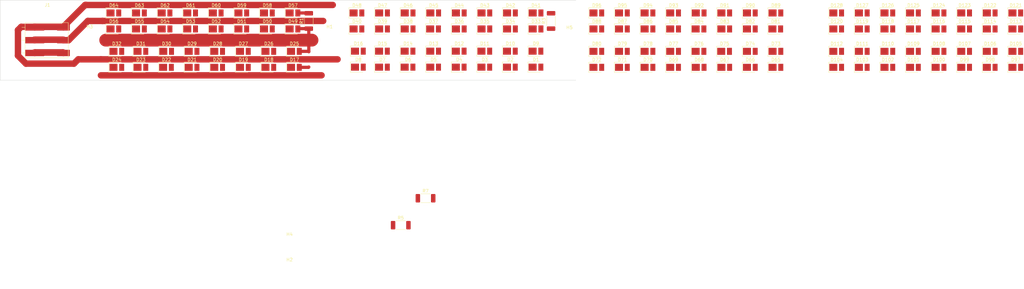
<source format=kicad_pcb>
(kicad_pcb (version 20201002) (generator pcbnew)
  (layers (0 "F.Cu" signal) (31 "B.Cu" signal) (34 "B.Paste" user) (35 "F.Paste" user) (36 "B.SilkS" user "B.Silkscreen") (37 "F.SilkS" user "F.Silkscreen") (38 "B.Mask" user) (39 "F.Mask" user) (44 "Edge.Cuts" user))
  (net 0 "")
  (net 1 "/VPOS")
  (net 2 "Net-(D1-Pad1)")
  (net 3 "Net-(D2-Pad1)")
  (net 4 "Net-(D3-Pad1)")
  (net 5 "Net-(D4-Pad1)")
  (net 6 "Net-(D5-Pad1)")
  (net 7 "Net-(D6-Pad1)")
  (net 8 "Net-(D7-Pad1)")
  (net 9 "/VNEG_A")
  (net 10 "Net-(D10-Pad2)")
  (net 11 "Net-(D10-Pad1)")
  (net 12 "Net-(D11-Pad1)")
  (net 13 "Net-(D12-Pad1)")
  (net 14 "Net-(D13-Pad1)")
  (net 15 "Net-(D14-Pad1)")
  (net 16 "Net-(D15-Pad1)")
  (net 17 "/VNEG_B")
  (net 18 "Net-(D17-Pad1)")
  (net 19 "Net-(D18-Pad1)")
  (net 20 "Net-(D19-Pad1)")
  (net 21 "Net-(D20-Pad1)")
  (net 22 "Net-(D21-Pad1)")
  (net 23 "Net-(D22-Pad1)")
  (net 24 "Net-(D23-Pad1)")
  (net 25 "Net-(D25-Pad1)")
  (net 26 "Net-(D26-Pad1)")
  (net 27 "Net-(D27-Pad1)")
  (net 28 "Net-(D28-Pad1)")
  (net 29 "Net-(D29-Pad1)")
  (net 30 "Net-(D30-Pad1)")
  (net 31 "Net-(D31-Pad1)")
  (net 32 "Net-(D17-Pad2)")
  (net 33 "Net-(D33-Pad1)")
  (net 34 "Net-(D34-Pad1)")
  (net 35 "Net-(D35-Pad1)")
  (net 36 "Net-(D36-Pad1)")
  (net 37 "Net-(D37-Pad1)")
  (net 38 "Net-(D38-Pad1)")
  (net 39 "Net-(D39-Pad1)")
  (net 40 "Net-(D41-Pad1)")
  (net 41 "Net-(D42-Pad1)")
  (net 42 "Net-(D43-Pad1)")
  (net 43 "Net-(D44-Pad1)")
  (net 44 "Net-(D45-Pad1)")
  (net 45 "Net-(D46-Pad1)")
  (net 46 "Net-(D47-Pad1)")
  (net 47 "Net-(D49-Pad2)")
  (net 48 "Net-(D49-Pad1)")
  (net 49 "Net-(D50-Pad1)")
  (net 50 "Net-(D51-Pad1)")
  (net 51 "Net-(D52-Pad1)")
  (net 52 "Net-(D53-Pad1)")
  (net 53 "Net-(D54-Pad1)")
  (net 54 "Net-(D55-Pad1)")
  (net 55 "Net-(D57-Pad1)")
  (net 56 "Net-(D58-Pad1)")
  (net 57 "Net-(D59-Pad1)")
  (net 58 "Net-(D60-Pad1)")
  (net 59 "Net-(D61-Pad1)")
  (net 60 "Net-(D62-Pad1)")
  (net 61 "Net-(D63-Pad1)")
  (net 62 "Net-(D9-Pad2)")
  (net 63 "Net-(D41-Pad2)")
  (net 64 "Net-(D65-Pad1)")
  (net 65 "Net-(D66-Pad1)")
  (net 66 "Net-(D67-Pad1)")
  (net 67 "Net-(D68-Pad1)")
  (net 68 "Net-(D69-Pad1)")
  (net 69 "Net-(D70-Pad1)")
  (net 70 "Net-(D71-Pad1)")
  (net 71 "Net-(D73-Pad2)")
  (net 72 "Net-(D73-Pad1)")
  (net 73 "Net-(D74-Pad1)")
  (net 74 "Net-(D75-Pad1)")
  (net 75 "Net-(D76-Pad1)")
  (net 76 "Net-(D77-Pad1)")
  (net 77 "Net-(D78-Pad1)")
  (net 78 "Net-(D79-Pad1)")
  (net 79 "Net-(D25-Pad2)")
  (net 80 "Net-(D81-Pad1)")
  (net 81 "Net-(D82-Pad1)")
  (net 82 "Net-(D83-Pad1)")
  (net 83 "Net-(D84-Pad1)")
  (net 84 "Net-(D85-Pad1)")
  (net 85 "Net-(D86-Pad1)")
  (net 86 "Net-(D87-Pad1)")
  (net 87 "Net-(D89-Pad1)")
  (net 88 "Net-(D90-Pad1)")
  (net 89 "Net-(D91-Pad1)")
  (net 90 "Net-(D92-Pad1)")
  (net 91 "Net-(D93-Pad1)")
  (net 92 "Net-(D94-Pad1)")
  (net 93 "Net-(D95-Pad1)")
  (net 94 "Net-(D97-Pad1)")
  (net 95 "Net-(D98-Pad1)")
  (net 96 "Net-(D100-Pad2)")
  (net 97 "Net-(D100-Pad1)")
  (net 98 "Net-(D101-Pad1)")
  (net 99 "Net-(D102-Pad1)")
  (net 100 "Net-(D103-Pad1)")
  (net 101 "Net-(D105-Pad2)")
  (net 102 "Net-(D105-Pad1)")
  (net 103 "Net-(D106-Pad1)")
  (net 104 "Net-(D107-Pad1)")
  (net 105 "Net-(D108-Pad1)")
  (net 106 "Net-(D109-Pad1)")
  (net 107 "Net-(D110-Pad1)")
  (net 108 "Net-(D111-Pad1)")
  (net 109 "Net-(D57-Pad2)")
  (net 110 "Net-(D113-Pad1)")
  (net 111 "Net-(D114-Pad1)")
  (net 112 "Net-(D115-Pad1)")
  (net 113 "Net-(D116-Pad1)")
  (net 114 "Net-(D117-Pad1)")
  (net 115 "Net-(D118-Pad1)")
  (net 116 "Net-(D119-Pad1)")
  (net 117 "Net-(D121-Pad1)")
  (net 118 "Net-(D122-Pad1)")
  (net 119 "Net-(D123-Pad1)")
  (net 120 "Net-(D124-Pad1)")
  (net 121 "Net-(D125-Pad1)")
  (net 122 "Net-(D126-Pad1)")
  (net 123 "Net-(D127-Pad1)")
  (net 124 "Net-(D72-Pad1)")
  (net 125 "Net-(D80-Pad1)")
  (net 126 "Net-(D104-Pad1)")
  (net 127 "Net-(D112-Pad1)")
  (module "LED_SMD:LED_PLCC_2835_Handsoldering" (layer "F.Cu") (at 245.05 75)
    (fp_text reference "D68" (at 0 -2.4) (layer "F.SilkS"))
    (fp_text value "LED")
    (pad "1" smd rect (at -1.05 0) (size 2.5 2.2) (layers "F.Cu" "F.Paste" "F.Mask") (net 67 "Net-(D68-Pad1)"))
    (pad "2" smd rect (at 1.525 0) (size 1.55 2.2) (layers "F.Cu" "F.Paste" "F.Mask") (net 66 "Net-(D67-Pad1)"))
  )
  (module "LED_SMD:LED_PLCC_2835_Handsoldering" (layer "F.Cu") (at 170.025 74.95)
    (fp_text reference "D4" (at 0 -2.4) (layer "F.SilkS"))
    (fp_text value "LED")
    (pad "1" smd rect (at -1.05 0) (size 2.5 2.2) (layers "F.Cu" "F.Paste" "F.Mask") (net 5 "Net-(D4-Pad1)"))
    (pad "2" smd rect (at 1.525 0) (size 1.55 2.2) (layers "F.Cu" "F.Paste" "F.Mask") (net 4 "Net-(D3-Pad1)"))
  )
  (module "LED_SMD:LED_PLCC_2835_Handsoldering" (layer "F.Cu") (at 154.05 63)
    (fp_text reference "D38" (at 0 -2.4) (layer "F.SilkS"))
    (fp_text value "LED")
    (pad "1" smd rect (at -1.05 0) (size 2.5 2.2) (layers "F.Cu" "F.Paste" "F.Mask") (net 38 "Net-(D38-Pad1)"))
    (pad "2" smd rect (at 1.525 0) (size 1.55 2.2) (layers "F.Cu" "F.Paste" "F.Mask") (net 37 "Net-(D37-Pad1)"))
  )
  (module "LED_SMD:LED_PLCC_2835_Handsoldering" (layer "F.Cu") (at 162 63)
    (fp_text reference "D37" (at 0 -2.4) (layer "F.SilkS"))
    (fp_text value "LED")
    (pad "1" smd rect (at -1.05 0) (size 2.5 2.2) (layers "F.Cu" "F.Paste" "F.Mask") (net 37 "Net-(D37-Pad1)"))
    (pad "2" smd rect (at 1.525 0) (size 1.55 2.2) (layers "F.Cu" "F.Paste" "F.Mask") (net 36 "Net-(D36-Pad1)"))
  )
  (module "LED_SMD:LED_PLCC_2835_Handsoldering" (layer "F.Cu") (at 186.025 74.95)
    (fp_text reference "D2" (at 0 -2.4) (layer "F.SilkS"))
    (fp_text value "LED")
    (pad "1" smd rect (at -1.05 0) (size 2.5 2.2) (layers "F.Cu" "F.Paste" "F.Mask") (net 3 "Net-(D2-Pad1)"))
    (pad "2" smd rect (at 1.525 0) (size 1.55 2.2) (layers "F.Cu" "F.Paste" "F.Mask") (net 2 "Net-(D1-Pad1)"))
  )
  (module "LED_SMD:LED_PLCC_2835_Handsoldering" (layer "F.Cu") (at 78.05 58)
    (fp_text reference "D62" (at 0 -2.4) (layer "F.SilkS"))
    (fp_text value "LED")
    (pad "1" smd rect (at -1.05 0) (size 2.5 2.2) (layers "F.Cu" "F.Paste" "F.Mask") (net 60 "Net-(D62-Pad1)"))
    (pad "2" smd rect (at 1.525 0) (size 1.55 2.2) (layers "F.Cu" "F.Paste" "F.Mask") (net 59 "Net-(D61-Pad1)"))
  )
  (module "LED_SMD:LED_PLCC_2835_Handsoldering" (layer "F.Cu") (at 237.05 75)
    (fp_text reference "D69" (at 0 -2.4) (layer "F.SilkS"))
    (fp_text value "LED")
    (pad "1" smd rect (at -1.05 0) (size 2.5 2.2) (layers "F.Cu" "F.Paste" "F.Mask") (net 68 "Net-(D69-Pad1)"))
    (pad "2" smd rect (at 1.525 0) (size 1.55 2.2) (layers "F.Cu" "F.Paste" "F.Mask") (net 67 "Net-(D68-Pad1)"))
  )
  (module "LED_SMD:LED_PLCC_2835_Handsoldering" (layer "F.Cu") (at 70.05 63)
    (fp_text reference "D55" (at 0 -2.4) (layer "F.SilkS"))
    (fp_text value "LED")
    (pad "1" smd rect (at -1.05 0) (size 2.5 2.2) (layers "F.Cu" "F.Paste" "F.Mask") (net 54 "Net-(D55-Pad1)"))
    (pad "2" smd rect (at 1.525 0) (size 1.55 2.2) (layers "F.Cu" "F.Paste" "F.Mask") (net 53 "Net-(D54-Pad1)"))
  )
  (module "LED_SMD:LED_PLCC_2835_Handsoldering" (layer "F.Cu") (at 118.05 63)
    (fp_text reference "D49" (at 0 -2.4) (layer "F.SilkS"))
    (fp_text value "LED")
    (pad "1" smd rect (at -1.05 0) (size 2.5 2.2) (layers "F.Cu" "F.Paste" "F.Mask") (net 48 "Net-(D49-Pad1)"))
    (pad "2" smd rect (at 1.525 0) (size 1.55 2.2) (layers "F.Cu" "F.Paste" "F.Mask") (net 47 "Net-(D49-Pad2)"))
  )
  (module "LED_SMD:LED_PLCC_2835_Handsoldering" (layer "F.Cu") (at 344.05 70)
    (fp_text reference "D105" (at 0 -2.4) (layer "F.SilkS"))
    (fp_text value "LED")
    (pad "1" smd rect (at -1.05 0) (size 2.5 2.2) (layers "F.Cu" "F.Paste" "F.Mask") (net 102 "Net-(D105-Pad1)"))
    (pad "2" smd rect (at 1.525 0) (size 1.55 2.2) (layers "F.Cu" "F.Paste" "F.Mask") (net 101 "Net-(D105-Pad2)"))
  )
  (module "LED_SMD:LED_PLCC_2835_Handsoldering" (layer "F.Cu") (at 194.025 74.95)
    (fp_text reference "D1" (at 0 -2.4) (layer "F.SilkS"))
    (fp_text value "LED")
    (pad "1" smd rect (at -1.05 0) (size 2.5 2.2) (layers "F.Cu" "F.Paste" "F.Mask") (net 2 "Net-(D1-Pad1)"))
    (pad "2" smd rect (at 1.525 0) (size 1.55 2.2) (layers "F.Cu" "F.Paste" "F.Mask") (net 1 "/VPOS"))
  )
  (module "LED_SMD:LED_PLCC_2835_Handsoldering" (layer "F.Cu") (at 78.5 75)
    (fp_text reference "D22" (at 0 -2.4) (layer "F.SilkS"))
    (fp_text value "LED")
    (pad "1" smd rect (at -1.05 0) (size 2.5 2.2) (layers "F.Cu" "F.Paste" "F.Mask") (net 23 "Net-(D22-Pad1)"))
    (pad "2" smd rect (at 1.525 0) (size 1.55 2.2) (layers "F.Cu" "F.Paste" "F.Mask") (net 22 "Net-(D21-Pad1)"))
  )
  (module "LED_SMD:LED_PLCC_2835_Handsoldering" (layer "F.Cu") (at 344.05 75)
    (fp_text reference "D97" (at 0 -2.4) (layer "F.SilkS"))
    (fp_text value "LED")
    (pad "1" smd rect (at -1.05 0) (size 2.5 2.2) (layers "F.Cu" "F.Paste" "F.Mask") (net 94 "Net-(D97-Pad1)"))
    (pad "2" smd rect (at 1.525 0) (size 1.55 2.2) (layers "F.Cu" "F.Paste" "F.Mask") (net 1 "/VPOS"))
  )
  (module "LED_SMD:LED_PLCC_2835_Handsoldering" (layer "F.Cu") (at 221.05 75)
    (fp_text reference "D71" (at 0 -2.4) (layer "F.SilkS"))
    (fp_text value "LED")
    (pad "1" smd rect (at -1.05 0) (size 2.5 2.2) (layers "F.Cu" "F.Paste" "F.Mask") (net 70 "Net-(D71-Pad1)"))
    (pad "2" smd rect (at 1.525 0) (size 1.55 2.2) (layers "F.Cu" "F.Paste" "F.Mask") (net 69 "Net-(D70-Pad1)"))
  )
  (module "LED_SMD:LED_PLCC_2835_Handsoldering" (layer "F.Cu") (at 70.5 70)
    (fp_text reference "D31" (at 0 -2.4) (layer "F.SilkS"))
    (fp_text value "LED")
    (pad "1" smd rect (at -1.05 0) (size 2.5 2.2) (layers "F.Cu" "F.Paste" "F.Mask") (net 31 "Net-(D31-Pad1)"))
    (pad "2" smd rect (at 1.525 0) (size 1.55 2.2) (layers "F.Cu" "F.Paste" "F.Mask") (net 30 "Net-(D30-Pad1)"))
  )
  (module "LED_SMD:LED_PLCC_2835_Handsoldering" (layer "F.Cu") (at 320.05 70)
    (fp_text reference "D108" (at 0 -2.4) (layer "F.SilkS"))
    (fp_text value "LED")
    (pad "1" smd rect (at -1.05 0) (size 2.5 2.2) (layers "F.Cu" "F.Paste" "F.Mask") (net 105 "Net-(D108-Pad1)"))
    (pad "2" smd rect (at 1.525 0) (size 1.55 2.2) (layers "F.Cu" "F.Paste" "F.Mask") (net 104 "Net-(D107-Pad1)"))
  )
  (module "LED_SMD:LED_PLCC_2835_Handsoldering" (layer "F.Cu") (at 213.05 63)
    (fp_text reference "D88" (at 0 -2.4) (layer "F.SilkS"))
    (fp_text value "LED")
    (pad "1" smd rect (at -1.05 0) (size 2.5 2.2) (layers "F.Cu" "F.Paste" "F.Mask") (net 9 "/VNEG_A"))
    (pad "2" smd rect (at 1.525 0) (size 1.55 2.2) (layers "F.Cu" "F.Paste" "F.Mask") (net 86 "Net-(D87-Pad1)"))
  )
  (module "LED_SMD:LED_PLCC_2835_Handsoldering" (layer "F.Cu") (at 336.05 63)
    (fp_text reference "D114" (at 0 -2.4) (layer "F.SilkS"))
    (fp_text value "LED")
    (pad "1" smd rect (at -1.05 0) (size 2.5 2.2) (layers "F.Cu" "F.Paste" "F.Mask") (net 111 "Net-(D114-Pad1)"))
    (pad "2" smd rect (at 1.525 0) (size 1.55 2.2) (layers "F.Cu" "F.Paste" "F.Mask") (net 110 "Net-(D113-Pad1)"))
  )
  (module "LED_SMD:LED_PLCC_2835_Handsoldering" (layer "F.Cu") (at 336.05 70)
    (fp_text reference "D106" (at 0 -2.4) (layer "F.SilkS"))
    (fp_text value "LED")
    (pad "1" smd rect (at -1.05 0) (size 2.5 2.2) (layers "F.Cu" "F.Paste" "F.Mask") (net 103 "Net-(D106-Pad1)"))
    (pad "2" smd rect (at 1.525 0) (size 1.55 2.2) (layers "F.Cu" "F.Paste" "F.Mask") (net 102 "Net-(D105-Pad1)"))
  )
  (module "LED_SMD:LED_PLCC_2835_Handsoldering" (layer "F.Cu") (at 245 63)
    (fp_text reference "D84" (at 0 -2.4) (layer "F.SilkS"))
    (fp_text value "LED")
    (pad "1" smd rect (at -1.05 0) (size 2.5 2.2) (layers "F.Cu" "F.Paste" "F.Mask") (net 83 "Net-(D84-Pad1)"))
    (pad "2" smd rect (at 1.525 0) (size 1.55 2.2) (layers "F.Cu" "F.Paste" "F.Mask") (net 82 "Net-(D83-Pad1)"))
  )
  (module "LED_SMD:LED_PLCC_2835_Handsoldering" (layer "F.Cu") (at 269 63)
    (fp_text reference "D81" (at 0 -2.4) (layer "F.SilkS"))
    (fp_text value "LED")
    (pad "1" smd rect (at -1.05 0) (size 2.5 2.2) (layers "F.Cu" "F.Paste" "F.Mask") (net 80 "Net-(D81-Pad1)"))
    (pad "2" smd rect (at 1.525 0) (size 1.55 2.2) (layers "F.Cu" "F.Paste" "F.Mask") (net 124 "Net-(D72-Pad1)"))
  )
  (module "LED_SMD:LED_PLCC_2835_Handsoldering" (layer "F.Cu") (at 304.05 58)
    (fp_text reference "D126" (at 0 -2.4) (layer "F.SilkS"))
    (fp_text value "LED")
    (pad "1" smd rect (at -1.05 0) (size 2.5 2.2) (layers "F.Cu" "F.Paste" "F.Mask") (net 122 "Net-(D126-Pad1)"))
    (pad "2" smd rect (at 1.525 0) (size 1.55 2.2) (layers "F.Cu" "F.Paste" "F.Mask") (net 121 "Net-(D125-Pad1)"))
  )
  (module "LED_SMD:LED_PLCC_2835_Handsoldering" (layer "F.Cu") (at 162.025 74.95)
    (fp_text reference "D5" (at 0 -2.4) (layer "F.SilkS"))
    (fp_text value "LED")
    (pad "1" smd rect (at -1.05 0) (size 2.5 2.2) (layers "F.Cu" "F.Paste" "F.Mask") (net 6 "Net-(D5-Pad1)"))
    (pad "2" smd rect (at 1.525 0) (size 1.55 2.2) (layers "F.Cu" "F.Paste" "F.Mask") (net 5 "Net-(D4-Pad1)"))
  )
  (module "LED_SMD:LED_PLCC_2835_Handsoldering" (layer "F.Cu") (at 102.55 75)
    (fp_text reference "D19" (at 0 -2.4) (layer "F.SilkS"))
    (fp_text value "LED")
    (pad "1" smd rect (at -1.05 0) (size 2.5 2.2) (layers "F.Cu" "F.Paste" "F.Mask") (net 20 "Net-(D19-Pad1)"))
    (pad "2" smd rect (at 1.525 0) (size 1.55 2.2) (layers "F.Cu" "F.Paste" "F.Mask") (net 19 "Net-(D18-Pad1)"))
  )
  (module "LED_SMD:LED_PLCC_2835_Handsoldering" (layer "F.Cu") (at 320.05 63)
    (fp_text reference "D116" (at 0 -2.4) (layer "F.SilkS"))
    (fp_text value "LED")
    (pad "1" smd rect (at -1.05 0) (size 2.5 2.2) (layers "F.Cu" "F.Paste" "F.Mask") (net 113 "Net-(D116-Pad1)"))
    (pad "2" smd rect (at 1.525 0) (size 1.55 2.2) (layers "F.Cu" "F.Paste" "F.Mask") (net 112 "Net-(D115-Pad1)"))
  )
  (module "LED_SMD:LED_PLCC_2835_Handsoldering" (layer "F.Cu") (at 320.05 75)
    (fp_text reference "D100" (at 0 -2.4) (layer "F.SilkS"))
    (fp_text value "LED")
    (pad "1" smd rect (at -1.05 0) (size 2.5 2.2) (layers "F.Cu" "F.Paste" "F.Mask") (net 97 "Net-(D100-Pad1)"))
    (pad "2" smd rect (at 1.525 0) (size 1.55 2.2) (layers "F.Cu" "F.Paste" "F.Mask") (net 96 "Net-(D100-Pad2)"))
  )
  (module "LED_SMD:LED_PLCC_2835_Handsoldering" (layer "F.Cu") (at 312.05 63)
    (fp_text reference "D117" (at 0 -2.4) (layer "F.SilkS"))
    (fp_text value "LED")
    (pad "1" smd rect (at -1.05 0) (size 2.5 2.2) (layers "F.Cu" "F.Paste" "F.Mask") (net 114 "Net-(D117-Pad1)"))
    (pad "2" smd rect (at 1.525 0) (size 1.55 2.2) (layers "F.Cu" "F.Paste" "F.Mask") (net 113 "Net-(D116-Pad1)"))
  )
  (module "LED_SMD:LED_PLCC_2835_Handsoldering" (layer "F.Cu") (at 94.5 75)
    (fp_text reference "D20" (at 0 -2.4) (layer "F.SilkS"))
    (fp_text value "LED")
    (pad "1" smd rect (at -1.05 0) (size 2.5 2.2) (layers "F.Cu" "F.Paste" "F.Mask") (net 21 "Net-(D20-Pad1)"))
    (pad "2" smd rect (at 1.525 0) (size 1.55 2.2) (layers "F.Cu" "F.Paste" "F.Mask") (net 20 "Net-(D19-Pad1)"))
  )
  (module "LED_SMD:LED_PLCC_2835_Handsoldering" (layer "F.Cu") (at 237.05 63)
    (fp_text reference "D85" (at 0 -2.4) (layer "F.SilkS"))
    (fp_text value "LED")
    (pad "1" smd rect (at -1.05 0) (size 2.5 2.2) (layers "F.Cu" "F.Paste" "F.Mask") (net 84 "Net-(D85-Pad1)"))
    (pad "2" smd rect (at 1.525 0) (size 1.55 2.2) (layers "F.Cu" "F.Paste" "F.Mask") (net 83 "Net-(D84-Pad1)"))
  )
  (module "LED_SMD:LED_PLCC_2835_Handsoldering" (layer "F.Cu") (at 237.05 58)
    (fp_text reference "D93" (at 0 -2.4) (layer "F.SilkS"))
    (fp_text value "LED")
    (pad "1" smd rect (at -1.05 0) (size 2.5 2.2) (layers "F.Cu" "F.Paste" "F.Mask") (net 91 "Net-(D93-Pad1)"))
    (pad "2" smd rect (at 1.525 0) (size 1.55 2.2) (layers "F.Cu" "F.Paste" "F.Mask") (net 90 "Net-(D92-Pad1)"))
  )
  (module "LED_SMD:LED_PLCC_2835_Handsoldering" (layer "F.Cu") (at 269.05 58)
    (fp_text reference "D89" (at 0 -2.4) (layer "F.SilkS"))
    (fp_text value "LED")
    (pad "1" smd rect (at -1.05 0) (size 2.5 2.2) (layers "F.Cu" "F.Paste" "F.Mask") (net 87 "Net-(D89-Pad1)"))
    (pad "2" smd rect (at 1.525 0) (size 1.55 2.2) (layers "F.Cu" "F.Paste" "F.Mask") (net 125 "Net-(D80-Pad1)"))
  )
  (module "LED_SMD:LED_PLCC_2835_Handsoldering" (layer "F.Cu") (at 62.05 58)
    (fp_text reference "D64" (at 0 -2.4) (layer "F.SilkS"))
    (fp_text value "LED")
    (pad "1" smd rect (at -1.05 0) (size 2.5 2.2) (layers "F.Cu" "F.Paste" "F.Mask") (net 17 "/VNEG_B"))
    (pad "2" smd rect (at 1.525 0) (size 1.55 2.2) (layers "F.Cu" "F.Paste" "F.Mask") (net 61 "Net-(D63-Pad1)"))
  )
  (module "LED_SMD:LED_PLCC_2835_Handsoldering" (layer "F.Cu") (at 312.05 70)
    (fp_text reference "D109" (at 0 -2.4) (layer "F.SilkS"))
    (fp_text value "LED")
    (pad "1" smd rect (at -1.05 0) (size 2.5 2.2) (layers "F.Cu" "F.Paste" "F.Mask") (net 106 "Net-(D109-Pad1)"))
    (pad "2" smd rect (at 1.525 0) (size 1.55 2.2) (layers "F.Cu" "F.Paste" "F.Mask") (net 105 "Net-(D108-Pad1)"))
  )
  (module "MountingHole:MountingHole_3.2mm_M3" (layer "F.Cu") (at 116.98 131.4)
    (fp_text reference "H4" (at 0 -4.2) (layer "F.SilkS"))
    (fp_text value "MountingHole")
    (pad "1" np_thru_hole circle (at 0 0) (size 3.2 3.2) (drill 3.2) (layers *.Cu *.Mask))
  )
  (module "LED_SMD:LED_PLCC_2835_Handsoldering" (layer "F.Cu") (at 229.05 58)
    (fp_text reference "D94" (at 0 -2.4) (layer "F.SilkS"))
    (fp_text value "LED")
    (pad "1" smd rect (at -1.05 0) (size 2.5 2.2) (layers "F.Cu" "F.Paste" "F.Mask") (net 92 "Net-(D94-Pad1)"))
    (pad "2" smd rect (at 1.525 0) (size 1.55 2.2) (layers "F.Cu" "F.Paste" "F.Mask") (net 91 "Net-(D93-Pad1)"))
  )
  (module "LED_SMD:LED_PLCC_2835_Handsoldering" (layer "F.Cu") (at 146.05 63)
    (fp_text reference "D39" (at 0 -2.4) (layer "F.SilkS"))
    (fp_text value "LED")
    (pad "1" smd rect (at -1.05 0) (size 2.5 2.2) (layers "F.Cu" "F.Paste" "F.Mask") (net 39 "Net-(D39-Pad1)"))
    (pad "2" smd rect (at 1.525 0) (size 1.55 2.2) (layers "F.Cu" "F.Paste" "F.Mask") (net 38 "Net-(D38-Pad1)"))
  )
  (module "LED_SMD:LED_PLCC_2835_Handsoldering" (layer "F.Cu") (at 170.05 63)
    (fp_text reference "D36" (at 0 -2.4) (layer "F.SilkS"))
    (fp_text value "LED")
    (pad "1" smd rect (at -1.05 0) (size 2.5 2.2) (layers "F.Cu" "F.Paste" "F.Mask") (net 36 "Net-(D36-Pad1)"))
    (pad "2" smd rect (at 1.525 0) (size 1.55 2.2) (layers "F.Cu" "F.Paste" "F.Mask") (net 35 "Net-(D35-Pad1)"))
  )
  (module "LED_SMD:LED_PLCC_2835_Handsoldering" (layer "F.Cu") (at 221.05 58)
    (fp_text reference "D95" (at 0 -2.4) (layer "F.SilkS"))
    (fp_text value "LED")
    (pad "1" smd rect (at -1.05 0) (size 2.5 2.2) (layers "F.Cu" "F.Paste" "F.Mask") (net 93 "Net-(D95-Pad1)"))
    (pad "2" smd rect (at 1.525 0) (size 1.55 2.2) (layers "F.Cu" "F.Paste" "F.Mask") (net 92 "Net-(D94-Pad1)"))
  )
  (module "LED_SMD:LED_PLCC_2835_Handsoldering" (layer "F.Cu") (at 304.05 63)
    (fp_text reference "D118" (at 0 -2.4) (layer "F.SilkS"))
    (fp_text value "LED")
    (pad "1" smd rect (at -1.05 0) (size 2.5 2.2) (layers "F.Cu" "F.Paste" "F.Mask") (net 115 "Net-(D118-Pad1)"))
    (pad "2" smd rect (at 1.525 0) (size 1.55 2.2) (layers "F.Cu" "F.Paste" "F.Mask") (net 114 "Net-(D117-Pad1)"))
  )
  (module "LED_SMD:LED_PLCC_2835_Handsoldering" (layer "F.Cu") (at 194.05 63)
    (fp_text reference "D33" (at 0 -2.4) (layer "F.SilkS"))
    (fp_text value "LED")
    (pad "1" smd rect (at -1.05 0) (size 2.5 2.2) (layers "F.Cu" "F.Paste" "F.Mask") (net 33 "Net-(D33-Pad1)"))
    (pad "2" smd rect (at 1.525 0) (size 1.55 2.2) (layers "F.Cu" "F.Paste" "F.Mask") (net 1 "/VPOS"))
  )
  (module "LED_SMD:LED_PLCC_2835_Handsoldering" (layer "F.Cu") (at 261.05 58)
    (fp_text reference "D90" (at 0 -2.4) (layer "F.SilkS"))
    (fp_text value "LED")
    (pad "1" smd rect (at -1.05 0) (size 2.5 2.2) (layers "F.Cu" "F.Paste" "F.Mask") (net 88 "Net-(D90-Pad1)"))
    (pad "2" smd rect (at 1.525 0) (size 1.55 2.2) (layers "F.Cu" "F.Paste" "F.Mask") (net 87 "Net-(D89-Pad1)"))
  )
  (module "LED_SMD:LED_PLCC_2835_Handsoldering" (layer "F.Cu") (at 304.05 75)
    (fp_text reference "D102" (at 0 -2.4) (layer "F.SilkS"))
    (fp_text value "LED")
    (pad "1" smd rect (at -1.05 0) (size 2.5 2.2) (layers "F.Cu" "F.Paste" "F.Mask") (net 99 "Net-(D102-Pad1)"))
    (pad "2" smd rect (at 1.525 0) (size 1.55 2.2) (layers "F.Cu" "F.Paste" "F.Mask") (net 98 "Net-(D101-Pad1)"))
  )
  (module "wago:wago-2060-453" (layer "F.Cu") (at 41.288907 56.013007)
    (fp_text reference "J1" (at 0 -0.5 unlocked) (layer "F.SilkS"))
    (fp_text value "Power")
    (pad "1" smd roundrect (at 5 6.5) (size 4 2) (layers "F.Cu" "F.Paste" "F.Mask") (roundrect_rratio 0.05) (net 17 "/VNEG_B"))
    (pad "1" smd roundrect (at -4 6.5) (size 6 2) (layers "F.Cu" "F.Paste" "F.Mask") (roundrect_rratio 0.05) (net 17 "/VNEG_B"))
    (pad "2" smd roundrect (at -4 10.5) (size 6 2) (layers "F.Cu" "F.Paste" "F.Mask") (roundrect_rratio 0.05) (net 9 "/VNEG_A"))
    (pad "2" smd roundrect (at 5 10.5) (size 4 2) (layers "F.Cu" "F.Paste" "F.Mask") (roundrect_rratio 0.05) (net 9 "/VNEG_A"))
    (pad "3" smd roundrect (at 5 14.5) (size 4 2) (layers "F.Cu" "F.Paste" "F.Mask") (roundrect_rratio 0.05) (net 1 "/VPOS"))
    (pad "3" smd roundrect (at -4 14.5) (size 6 2) (layers "F.Cu" "F.Paste" "F.Mask") (roundrect_rratio 0.05) (net 1 "/VPOS"))
  )
  (module "LED_SMD:LED_PLCC_2835_Handsoldering" (layer "F.Cu") (at 162.025 69.95)
    (fp_text reference "D13" (at 0 -2.4) (layer "F.SilkS"))
    (fp_text value "LED")
    (pad "1" smd rect (at -1.05 0) (size 2.5 2.2) (layers "F.Cu" "F.Paste" "F.Mask") (net 14 "Net-(D13-Pad1)"))
    (pad "2" smd rect (at 1.525 0) (size 1.55 2.2) (layers "F.Cu" "F.Paste" "F.Mask") (net 13 "Net-(D12-Pad1)"))
  )
  (module "LED_SMD:LED_PLCC_2835_Handsoldering" (layer "F.Cu") (at 229.05 63)
    (fp_text reference "D86" (at 0 -2.4) (layer "F.SilkS"))
    (fp_text value "LED")
    (pad "1" smd rect (at -1.05 0) (size 2.5 2.2) (layers "F.Cu" "F.Paste" "F.Mask") (net 85 "Net-(D86-Pad1)"))
    (pad "2" smd rect (at 1.525 0) (size 1.55 2.2) (layers "F.Cu" "F.Paste" "F.Mask") (net 84 "Net-(D85-Pad1)"))
  )
  (module "LED_SMD:LED_PLCC_2835_Handsoldering" (layer "F.Cu") (at 296.05 63)
    (fp_text reference "D119" (at 0 -2.4) (layer "F.SilkS"))
    (fp_text value "LED")
    (pad "1" smd rect (at -1.05 0) (size 2.5 2.2) (layers "F.Cu" "F.Paste" "F.Mask") (net 116 "Net-(D119-Pad1)"))
    (pad "2" smd rect (at 1.525 0) (size 1.55 2.2) (layers "F.Cu" "F.Paste" "F.Mask") (net 115 "Net-(D118-Pad1)"))
  )
  (module "LED_SMD:LED_PLCC_2835_Handsoldering" (layer "F.Cu") (at 62.975 70)
    (fp_text reference "D32" (at 0 -2.4) (layer "F.SilkS"))
    (fp_text value "LED")
    (pad "1" smd rect (at -1.05 0) (size 2.5 2.2) (layers "F.Cu" "F.Paste" "F.Mask") (net 17 "/VNEG_B"))
    (pad "2" smd rect (at 1.525 0) (size 1.55 2.2) (layers "F.Cu" "F.Paste" "F.Mask") (net 31 "Net-(D31-Pad1)"))
  )
  (module "LED_SMD:LED_PLCC_2835_Handsoldering" (layer "F.Cu") (at 186.05 63)
    (fp_text reference "D34" (at 0 -2.4) (layer "F.SilkS"))
    (fp_text value "LED")
    (pad "1" smd rect (at -1.05 0) (size 2.5 2.2) (layers "F.Cu" "F.Paste" "F.Mask") (net 34 "Net-(D34-Pad1)"))
    (pad "2" smd rect (at 1.525 0) (size 1.55 2.2) (layers "F.Cu" "F.Paste" "F.Mask") (net 33 "Net-(D33-Pad1)"))
  )
  (module "LED_SMD:LED_PLCC_2835_Handsoldering" (layer "F.Cu") (at 296.05 75)
    (fp_text reference "D103" (at 0 -2.4) (layer "F.SilkS"))
    (fp_text value "LED")
    (pad "1" smd rect (at -1.05 0) (size 2.5 2.2) (layers "F.Cu" "F.Paste" "F.Mask") (net 100 "Net-(D103-Pad1)"))
    (pad "2" smd rect (at 1.525 0) (size 1.55 2.2) (layers "F.Cu" "F.Paste" "F.Mask") (net 99 "Net-(D102-Pad1)"))
  )
  (module "LED_SMD:LED_PLCC_2835_Handsoldering" (layer "F.Cu") (at 146.025 69.95)
    (fp_text reference "D15" (at 0 -2.4) (layer "F.SilkS"))
    (fp_text value "LED")
    (pad "1" smd rect (at -1.05 0) (size 2.5 2.2) (layers "F.Cu" "F.Paste" "F.Mask") (net 16 "Net-(D15-Pad1)"))
    (pad "2" smd rect (at 1.525 0) (size 1.55 2.2) (layers "F.Cu" "F.Paste" "F.Mask") (net 15 "Net-(D14-Pad1)"))
  )
  (module "LED_SMD:LED_PLCC_2835_Handsoldering" (layer "F.Cu") (at 253.05 75)
    (fp_text reference "D67" (at 0 -2.4) (layer "F.SilkS"))
    (fp_text value "LED")
    (pad "1" smd rect (at -1.05 0) (size 2.5 2.2) (layers "F.Cu" "F.Paste" "F.Mask") (net 66 "Net-(D67-Pad1)"))
    (pad "2" smd rect (at 1.525 0) (size 1.55 2.2) (layers "F.Cu" "F.Paste" "F.Mask") (net 65 "Net-(D66-Pad1)"))
  )
  (module "LED_SMD:LED_PLCC_2835_Handsoldering" (layer "F.Cu") (at 288.05 70)
    (fp_text reference "D112" (at 0 -2.4) (layer "F.SilkS"))
    (fp_text value "LED")
    (pad "1" smd rect (at -1.05 0) (size 2.5 2.2) (layers "F.Cu" "F.Paste" "F.Mask") (net 127 "Net-(D112-Pad1)"))
    (pad "2" smd rect (at 1.525 0) (size 1.55 2.2) (layers "F.Cu" "F.Paste" "F.Mask") (net 108 "Net-(D111-Pad1)"))
  )
  (module "LED_SMD:LED_PLCC_2835_Handsoldering" (layer "F.Cu") (at 94.5 70)
    (fp_text reference "D28" (at 0 -2.4) (layer "F.SilkS"))
    (fp_text value "LED")
    (pad "1" smd rect (at -1.05 0) (size 2.5 2.2) (layers "F.Cu" "F.Paste" "F.Mask") (net 28 "Net-(D28-Pad1)"))
    (pad "2" smd rect (at 1.525 0) (size 1.55 2.2) (layers "F.Cu" "F.Paste" "F.Mask") (net 27 "Net-(D27-Pad1)"))
  )
  (module "LED_SMD:LED_PLCC_2835_Handsoldering" (layer "F.Cu") (at 118.5 75)
    (fp_text reference "D17" (at 0 -2.4) (layer "F.SilkS"))
    (fp_text value "LED")
    (pad "1" smd rect (at -1.05 0) (size 2.5 2.2) (layers "F.Cu" "F.Paste" "F.Mask") (net 18 "Net-(D17-Pad1)"))
    (pad "2" smd rect (at 1.525 0) (size 1.55 2.2) (layers "F.Cu" "F.Paste" "F.Mask") (net 32 "Net-(D17-Pad2)"))
  )
  (module "LED_SMD:LED_PLCC_2835_Handsoldering" (layer "F.Cu") (at 221.05 63)
    (fp_text reference "D87" (at 0 -2.4) (layer "F.SilkS"))
    (fp_text value "LED")
    (pad "1" smd rect (at -1.05 0) (size 2.5 2.2) (layers "F.Cu" "F.Paste" "F.Mask") (net 86 "Net-(D87-Pad1)"))
    (pad "2" smd rect (at 1.525 0) (size 1.55 2.2) (layers "F.Cu" "F.Paste" "F.Mask") (net 85 "Net-(D86-Pad1)"))
  )
  (module "LED_SMD:LED_PLCC_2835_Handsoldering" (layer "F.Cu") (at 253 70)
    (fp_text reference "D75" (at 0 -2.4) (layer "F.SilkS"))
    (fp_text value "LED")
    (pad "1" smd rect (at -1.05 0) (size 2.5 2.2) (layers "F.Cu" "F.Paste" "F.Mask") (net 74 "Net-(D75-Pad1)"))
    (pad "2" smd rect (at 1.525 0) (size 1.55 2.2) (layers "F.Cu" "F.Paste" "F.Mask") (net 73 "Net-(D74-Pad1)"))
  )
  (module "LED_SMD:LED_PLCC_2835_Handsoldering" (layer "F.Cu") (at 288.05 58)
    (fp_text reference "D128" (at 0 -2.4) (layer "F.SilkS"))
    (fp_text value "LED")
    (pad "1" smd rect (at -1.05 0) (size 2.5 2.2) (layers "F.Cu" "F.Paste" "F.Mask") (net 17 "/VNEG_B"))
    (pad "2" smd rect (at 1.525 0) (size 1.55 2.2) (layers "F.Cu" "F.Paste" "F.Mask") (net 123 "Net-(D127-Pad1)"))
  )
  (module "LED_SMD:LED_PLCC_2835_Handsoldering" (layer "F.Cu") (at 94.05 58)
    (fp_text reference "D60" (at 0 -2.4) (layer "F.SilkS"))
    (fp_text value "LED")
    (pad "1" smd rect (at -1.05 0) (size 2.5 2.2) (layers "F.Cu" "F.Paste" "F.Mask") (net 58 "Net-(D60-Pad1)"))
    (pad "2" smd rect (at 1.525 0) (size 1.55 2.2) (layers "F.Cu" "F.Paste" "F.Mask") (net 57 "Net-(D59-Pad1)"))
  )
  (module "LED_SMD:LED_PLCC_2835_Handsoldering" (layer "F.Cu") (at 86.05 63)
    (fp_text reference "D53" (at 0 -2.4) (layer "F.SilkS"))
    (fp_text value "LED")
    (pad "1" smd rect (at -1.05 0) (size 2.5 2.2) (layers "F.Cu" "F.Paste" "F.Mask") (net 52 "Net-(D53-Pad1)"))
    (pad "2" smd rect (at 1.525 0) (size 1.55 2.2) (layers "F.Cu" "F.Paste" "F.Mask") (net 51 "Net-(D52-Pad1)"))
  )
  (module "LED_SMD:LED_PLCC_2835_Handsoldering" (layer "F.Cu") (at 261.05 63)
    (fp_text reference "D82" (at 0 -2.4) (layer "F.SilkS"))
    (fp_text value "LED")
    (pad "1" smd rect (at -1.05 0) (size 2.5 2.2) (layers "F.Cu" "F.Paste" "F.Mask") (net 81 "Net-(D82-Pad1)"))
    (pad "2" smd rect (at 1.525 0) (size 1.55 2.2) (layers "F.Cu" "F.Paste" "F.Mask") (net 80 "Net-(D81-Pad1)"))
  )
  (module "LED_SMD:LED_PLCC_2835_Handsoldering" (layer "F.Cu") (at 261.05 70)
    (fp_text reference "D74" (at 0 -2.4) (layer "F.SilkS"))
    (fp_text value "LED")
    (pad "1" smd rect (at -1.05 0) (size 2.5 2.2) (layers "F.Cu" "F.Paste" "F.Mask") (net 73 "Net-(D74-Pad1)"))
    (pad "2" smd rect (at 1.525 0) (size 1.55 2.2) (layers "F.Cu" "F.Paste" "F.Mask") (net 72 "Net-(D73-Pad1)"))
  )
  (module "LED_SMD:LED_PLCC_2835_Handsoldering" (layer "F.Cu") (at 336.05 58)
    (fp_text reference "D122" (at 0 -2.4) (layer "F.SilkS"))
    (fp_text value "LED")
    (pad "1" smd rect (at -1.05 0) (size 2.5 2.2) (layers "F.Cu" "F.Paste" "F.Mask") (net 118 "Net-(D122-Pad1)"))
    (pad "2" smd rect (at 1.525 0) (size 1.55 2.2) (layers "F.Cu" "F.Paste" "F.Mask") (net 117 "Net-(D121-Pad1)"))
  )
  (module "LED_SMD:LED_PLCC_2835_Handsoldering" (layer "F.Cu") (at 344.05 58)
    (fp_text reference "D121" (at 0 -2.4) (layer "F.SilkS"))
    (fp_text value "LED")
    (pad "1" smd rect (at -1.05 0) (size 2.5 2.2) (layers "F.Cu" "F.Paste" "F.Mask") (net 117 "Net-(D121-Pad1)"))
    (pad "2" smd rect (at 1.525 0) (size 1.55 2.2) (layers "F.Cu" "F.Paste" "F.Mask") (net 127 "Net-(D112-Pad1)"))
  )
  (module "LED_SMD:LED_PLCC_2835_Handsoldering" (layer "F.Cu") (at 253.05 58)
    (fp_text reference "D91" (at 0 -2.4) (layer "F.SilkS"))
    (fp_text value "LED")
    (pad "1" smd rect (at -1.05 0) (size 2.5 2.2) (layers "F.Cu" "F.Paste" "F.Mask") (net 89 "Net-(D91-Pad1)"))
    (pad "2" smd rect (at 1.525 0) (size 1.55 2.2) (layers "F.Cu" "F.Paste" "F.Mask") (net 88 "Net-(D90-Pad1)"))
  )
  (module "LED_SMD:LED_PLCC_2835_Handsoldering" (layer "F.Cu") (at 154.025 69.95)
    (fp_text reference "D14" (at 0 -2.4) (layer "F.SilkS"))
    (fp_text value "LED")
    (pad "1" smd rect (at -1.05 0) (size 2.5 2.2) (layers "F.Cu" "F.Paste" "F.Mask") (net 15 "Net-(D14-Pad1)"))
    (pad "2" smd rect (at 1.525 0) (size 1.55 2.2) (layers "F.Cu" "F.Paste" "F.Mask") (net 14 "Net-(D13-Pad1)"))
  )
  (module "LED_SMD:LED_PLCC_2835_Handsoldering" (layer "F.Cu") (at 328.05 70)
    (fp_text reference "D107" (at 0 -2.4) (layer "F.SilkS"))
    (fp_text value "LED")
    (pad "1" smd rect (at -1.05 0) (size 2.5 2.2) (layers "F.Cu" "F.Paste" "F.Mask") (net 104 "Net-(D107-Pad1)"))
    (pad "2" smd rect (at 1.525 0) (size 1.55 2.2) (layers "F.Cu" "F.Paste" "F.Mask") (net 103 "Net-(D106-Pad1)"))
  )
  (module "LED_SMD:LED_PLCC_2835_Handsoldering" (layer "F.Cu") (at 70.5 75)
    (fp_text reference "D23" (at 0 -2.4) (layer "F.SilkS"))
    (fp_text value "LED")
    (pad "1" smd rect (at -1.05 0) (size 2.5 2.2) (layers "F.Cu" "F.Paste" "F.Mask") (net 24 "Net-(D23-Pad1)"))
    (pad "2" smd rect (at 1.525 0) (size 1.55 2.2) (layers "F.Cu" "F.Paste" "F.Mask") (net 23 "Net-(D22-Pad1)"))
  )
  (module "LED_SMD:LED_PLCC_2835_Handsoldering" (layer "F.Cu") (at 78.55 70)
    (fp_text reference "D30" (at 0 -2.4) (layer "F.SilkS"))
    (fp_text value "LED")
    (pad "1" smd rect (at -1.05 0) (size 2.5 2.2) (layers "F.Cu" "F.Paste" "F.Mask") (net 30 "Net-(D30-Pad1)"))
    (pad "2" smd rect (at 1.525 0) (size 1.55 2.2) (layers "F.Cu" "F.Paste" "F.Mask") (net 29 "Net-(D29-Pad1)"))
  )
  (module "LED_SMD:LED_PLCC_2835_Handsoldering" (layer "F.Cu") (at 288.05 75)
    (fp_text reference "D104" (at 0 -2.4) (layer "F.SilkS"))
    (fp_text value "LED")
    (pad "1" smd rect (at -1.05 0) (size 2.5 2.2) (layers "F.Cu" "F.Paste" "F.Mask") (net 126 "Net-(D104-Pad1)"))
    (pad "2" smd rect (at 1.525 0) (size 1.55 2.2) (layers "F.Cu" "F.Paste" "F.Mask") (net 100 "Net-(D103-Pad1)"))
  )
  (module "LED_SMD:LED_PLCC_2835_Handsoldering" (layer "F.Cu") (at 213.05 70)
    (fp_text reference "D80" (at 0 -2.4) (layer "F.SilkS"))
    (fp_text value "LED")
    (pad "1" smd rect (at -1.05 0) (size 2.5 2.2) (layers "F.Cu" "F.Paste" "F.Mask") (net 125 "Net-(D80-Pad1)"))
    (pad "2" smd rect (at 1.525 0) (size 1.55 2.2) (layers "F.Cu" "F.Paste" "F.Mask") (net 78 "Net-(D79-Pad1)"))
  )
  (module "LED_SMD:LED_PLCC_2835_Handsoldering" (layer "F.Cu") (at 253.05 63)
    (fp_text reference "D83" (at 0 -2.4) (layer "F.SilkS"))
    (fp_text value "LED")
    (pad "1" smd rect (at -1.05 0) (size 2.5 2.2) (layers "F.Cu" "F.Paste" "F.Mask") (net 82 "Net-(D83-Pad1)"))
    (pad "2" smd rect (at 1.525 0) (size 1.55 2.2) (layers "F.Cu" "F.Paste" "F.Mask") (net 81 "Net-(D82-Pad1)"))
  )
  (module "LED_SMD:LED_PLCC_2835_Handsoldering" (layer "F.Cu") (at 304.05 70)
    (fp_text reference "D110" (at 0 -2.4) (layer "F.SilkS"))
    (fp_text value "LED")
    (pad "1" smd rect (at -1.05 0) (size 2.5 2.2) (layers "F.Cu" "F.Paste" "F.Mask") (net 107 "Net-(D110-Pad1)"))
    (pad "2" smd rect (at 1.525 0) (size 1.55 2.2) (layers "F.Cu" "F.Paste" "F.Mask") (net 106 "Net-(D109-Pad1)"))
  )
  (module "LED_SMD:LED_PLCC_2835_Handsoldering" (layer "F.Cu") (at 86.05 58)
    (fp_text reference "D61" (at 0 -2.4) (layer "F.SilkS"))
    (fp_text value "LED")
    (pad "1" smd rect (at -1.05 0) (size 2.5 2.2) (layers "F.Cu" "F.Paste" "F.Mask") (net 59 "Net-(D61-Pad1)"))
    (pad "2" smd rect (at 1.525 0) (size 1.55 2.2) (layers "F.Cu" "F.Paste" "F.Mask") (net 58 "Net-(D60-Pad1)"))
  )
  (module "Resistor_SMD:R_2010_5025Metric_Pad1.40x2.65mm_HandSolder" (layer "F.Cu") (at 151.75 124.35)
    (fp_text reference "R5" (at 0 -2.28) (layer "F.SilkS"))
    (fp_text value "0Ω")
    (pad "1" smd roundrect (at -2.4 0) (size 1.4 2.65) (layers "F.Cu" "F.Paste" "F.Mask") (roundrect_rratio 0.178571) (net 1 "/VPOS"))
    (pad "2" smd roundrect (at 2.4 0) (size 1.4 2.65) (layers "F.Cu" "F.Paste" "F.Mask") (roundrect_rratio 0.178571) (net 71 "Net-(D73-Pad2)"))
  )
  (module "LED_SMD:LED_PLCC_2835_Handsoldering" (layer "F.Cu") (at 70.05 58)
    (fp_text reference "D63" (at 0 -2.4) (layer "F.SilkS"))
    (fp_text value "LED")
    (pad "1" smd rect (at -1.05 0) (size 2.5 2.2) (layers "F.Cu" "F.Paste" "F.Mask") (net 61 "Net-(D63-Pad1)"))
    (pad "2" smd rect (at 1.525 0) (size 1.55 2.2) (layers "F.Cu" "F.Paste" "F.Mask") (net 60 "Net-(D62-Pad1)"))
  )
  (module "LED_SMD:LED_PLCC_2835_Handsoldering" (layer "F.Cu") (at 162.05 58)
    (fp_text reference "D45" (at 0 -2.4) (layer "F.SilkS"))
    (fp_text value "LED")
    (pad "1" smd rect (at -1.05 0) (size 2.5 2.2) (layers "F.Cu" "F.Paste" "F.Mask") (net 44 "Net-(D45-Pad1)"))
    (pad "2" smd rect (at 1.525 0) (size 1.55 2.2) (layers "F.Cu" "F.Paste" "F.Mask") (net 43 "Net-(D44-Pad1)"))
  )
  (module "LED_SMD:LED_PLCC_2835_Handsoldering" (layer "F.Cu") (at 328.05 63)
    (fp_text reference "D115" (at 0 -2.4) (layer "F.SilkS"))
    (fp_text value "LED")
    (pad "1" smd rect (at -1.05 0) (size 2.5 2.2) (layers "F.Cu" "F.Paste" "F.Mask") (net 112 "Net-(D115-Pad1)"))
    (pad "2" smd rect (at 1.525 0) (size 1.55 2.2) (layers "F.Cu" "F.Paste" "F.Mask") (net 111 "Net-(D114-Pad1)"))
  )
  (module "LED_SMD:LED_PLCC_2835_Handsoldering" (layer "F.Cu") (at 344.05 63)
    (fp_text reference "D113" (at 0 -2.4) (layer "F.SilkS"))
    (fp_text value "LED")
    (pad "1" smd rect (at -1.05 0) (size 2.5 2.2) (layers "F.Cu" "F.Paste" "F.Mask") (net 110 "Net-(D113-Pad1)"))
    (pad "2" smd rect (at 1.525 0) (size 1.55 2.2) (layers "F.Cu" "F.Paste" "F.Mask") (net 126 "Net-(D104-Pad1)"))
  )
  (module "LED_SMD:LED_PLCC_2835_Handsoldering" (layer "F.Cu") (at 86.5 70)
    (fp_text reference "D29" (at 0 -2.4) (layer "F.SilkS"))
    (fp_text value "LED")
    (pad "1" smd rect (at -1.05 0) (size 2.5 2.2) (layers "F.Cu" "F.Paste" "F.Mask") (net 29 "Net-(D29-Pad1)"))
    (pad "2" smd rect (at 1.525 0) (size 1.55 2.2) (layers "F.Cu" "F.Paste" "F.Mask") (net 28 "Net-(D28-Pad1)"))
  )
  (module "LED_SMD:LED_PLCC_2835_Handsoldering" (layer "F.Cu") (at 221.05 70)
    (fp_text reference "D79" (at 0 -2.4) (layer "F.SilkS"))
    (fp_text value "LED")
    (pad "1" smd rect (at -1.05 0) (size 2.5 2.2) (layers "F.Cu" "F.Paste" "F.Mask") (net 78 "Net-(D79-Pad1)"))
    (pad "2" smd rect (at 1.525 0) (size 1.55 2.2) (layers "F.Cu" "F.Paste" "F.Mask") (net 77 "Net-(D78-Pad1)"))
  )
  (module "LED_SMD:LED_PLCC_2835_Handsoldering" (layer "F.Cu") (at 110.05 58)
    (fp_text reference "D58" (at 0 -2.4) (layer "F.SilkS"))
    (fp_text value "LED")
    (pad "1" smd rect (at -1.05 0) (size 2.5 2.2) (layers "F.Cu" "F.Paste" "F.Mask") (net 56 "Net-(D58-Pad1)"))
    (pad "2" smd rect (at 1.525 0) (size 1.55 2.2) (layers "F.Cu" "F.Paste" "F.Mask") (net 55 "Net-(D57-Pad1)"))
  )
  (module "MountingHole:MountingHole_3.2mm_M3" (layer "F.Cu") (at 129.5 66.5)
    (fp_text reference "H1" (at 0 -4.2) (layer "F.SilkS"))
    (fp_text value "MountingHole")
    (pad "1" np_thru_hole circle (at 0 0) (size 3.2 3.2) (drill 3.2) (layers *.Cu *.Mask))
  )
  (module "LED_SMD:LED_PLCC_2835_Handsoldering" (layer "F.Cu") (at 146.05 58)
    (fp_text reference "D47" (at 0 -2.4) (layer "F.SilkS"))
    (fp_text value "LED")
    (pad "1" smd rect (at -1.05 0) (size 2.5 2.2) (layers "F.Cu" "F.Paste" "F.Mask") (net 46 "Net-(D47-Pad1)"))
    (pad "2" smd rect (at 1.525 0) (size 1.55 2.2) (layers "F.Cu" "F.Paste" "F.Mask") (net 45 "Net-(D46-Pad1)"))
  )
  (module "LED_SMD:LED_PLCC_2835_Handsoldering" (layer "F.Cu") (at 312.05 58)
    (fp_text reference "D125" (at 0 -2.4) (layer "F.SilkS"))
    (fp_text value "LED")
    (pad "1" smd rect (at -1.05 0) (size 2.5 2.2) (layers "F.Cu" "F.Paste" "F.Mask") (net 121 "Net-(D125-Pad1)"))
    (pad "2" smd rect (at 1.525 0) (size 1.55 2.2) (layers "F.Cu" "F.Paste" "F.Mask") (net 120 "Net-(D124-Pad1)"))
  )
  (module "LED_SMD:LED_PLCC_2835_Handsoldering" (layer "F.Cu") (at 62.05 63)
    (fp_text reference "D56" (at 0 -2.4) (layer "F.SilkS"))
    (fp_text value "LED")
    (pad "1" smd rect (at -1.05 0) (size 2.5 2.2) (layers "F.Cu" "F.Paste" "F.Mask") (net 9 "/VNEG_A"))
    (pad "2" smd rect (at 1.525 0) (size 1.55 2.2) (layers "F.Cu" "F.Paste" "F.Mask") (net 54 "Net-(D55-Pad1)"))
  )
  (module "LED_SMD:LED_PLCC_2835_Handsoldering" (layer "F.Cu") (at 178.05 63)
    (fp_text reference "D35" (at 0 -2.4) (layer "F.SilkS"))
    (fp_text value "LED")
    (pad "1" smd rect (at -1.05 0) (size 2.5 2.2) (layers "F.Cu" "F.Paste" "F.Mask") (net 35 "Net-(D35-Pad1)"))
    (pad "2" smd rect (at 1.525 0) (size 1.55 2.2) (layers "F.Cu" "F.Paste" "F.Mask") (net 34 "Net-(D34-Pad1)"))
  )
  (module "LED_SMD:LED_PLCC_2835_Handsoldering" (layer "F.Cu") (at 178.025 69.95)
    (fp_text reference "D11" (at 0 -2.4) (layer "F.SilkS"))
    (fp_text value "LED")
    (pad "1" smd rect (at -1.05 0) (size 2.5 2.2) (layers "F.Cu" "F.Paste" "F.Mask") (net 12 "Net-(D11-Pad1)"))
    (pad "2" smd rect (at 1.525 0) (size 1.55 2.2) (layers "F.Cu" "F.Paste" "F.Mask") (net 11 "Net-(D10-Pad1)"))
  )
  (module "LED_SMD:LED_PLCC_2835_Handsoldering" (layer "F.Cu") (at 178.025 74.95)
    (fp_text reference "D3" (at 0 -2.4) (layer "F.SilkS"))
    (fp_text value "LED")
    (pad "1" smd rect (at -1.05 0) (size 2.5 2.2) (layers "F.Cu" "F.Paste" "F.Mask") (net 4 "Net-(D3-Pad1)"))
    (pad "2" smd rect (at 1.525 0) (size 1.55 2.2) (layers "F.Cu" "F.Paste" "F.Mask") (net 3 "Net-(D2-Pad1)"))
  )
  (module "LED_SMD:LED_PLCC_2835_Handsoldering" (layer "F.Cu") (at 170.025 69.95)
    (fp_text reference "D12" (at 0 -2.4) (layer "F.SilkS"))
    (fp_text value "LED")
    (pad "1" smd rect (at -1.05 0) (size 2.5 2.2) (layers "F.Cu" "F.Paste" "F.Mask") (net 13 "Net-(D12-Pad1)"))
    (pad "2" smd rect (at 1.525 0) (size 1.55 2.2) (layers "F.Cu" "F.Paste" "F.Mask") (net 12 "Net-(D11-Pad1)"))
  )
  (module "LED_SMD:LED_PLCC_2835_Handsoldering" (layer "F.Cu") (at 170.05 58)
    (fp_text reference "D44" (at 0 -2.4) (layer "F.SilkS"))
    (fp_text value "LED")
    (pad "1" smd rect (at -1.05 0) (size 2.5 2.2) (layers "F.Cu" "F.Paste" "F.Mask") (net 43 "Net-(D44-Pad1)"))
    (pad "2" smd rect (at 1.525 0) (size 1.55 2.2) (layers "F.Cu" "F.Paste" "F.Mask") (net 42 "Net-(D43-Pad1)"))
  )
  (module "MountingHole:MountingHole_3.2mm_M3" (layer "F.Cu") (at 204.5 66.75)
    (fp_text reference "H5" (at 0 -4.2) (layer "F.SilkS"))
    (fp_text value "MountingHole")
    (pad "1" np_thru_hole circle (at 0 0) (size 3.2 3.2) (drill 3.2) (layers *.Cu *.Mask))
  )
  (module "LED_SMD:LED_PLCC_2835_Handsoldering" (layer "F.Cu") (at 229.05 75)
    (fp_text reference "D70" (at 0 -2.4) (layer "F.SilkS"))
    (fp_text value "LED")
    (pad "1" smd rect (at -1.05 0) (size 2.5 2.2) (layers "F.Cu" "F.Paste" "F.Mask") (net 69 "Net-(D70-Pad1)"))
    (pad "2" smd rect (at 1.525 0) (size 1.55 2.2) (layers "F.Cu" "F.Paste" "F.Mask") (net 68 "Net-(D69-Pad1)"))
  )
  (module "MountingHole:MountingHole_3.2mm_M3" (layer "F.Cu") (at 54.5 66.5)
    (fp_text reference "H3" (at 0 -4.2) (layer "F.SilkS"))
    (fp_text value "MountingHole")
    (pad "1" np_thru_hole circle (at 0 0) (size 3.2 3.2) (drill 3.2) (layers *.Cu *.Mask))
  )
  (module "LED_SMD:LED_PLCC_2835_Handsoldering" (layer "F.Cu") (at 194.05 58)
    (fp_text reference "D41" (at 0 -2.4) (layer "F.SilkS"))
    (fp_text value "LED")
    (pad "1" smd rect (at -1.05 0) (size 2.5 2.2) (layers "F.Cu" "F.Paste" "F.Mask") (net 40 "Net-(D41-Pad1)"))
    (pad "2" smd rect (at 1.525 0) (size 1.55 2.2) (layers "F.Cu" "F.Paste" "F.Mask") (net 63 "Net-(D41-Pad2)"))
  )
  (module "LED_SMD:LED_PLCC_2835_Handsoldering" (layer "F.Cu") (at 336.05 75)
    (fp_text reference "D98" (at 0 -2.4) (layer "F.SilkS"))
    (fp_text value "LED")
    (pad "1" smd rect (at -1.05 0) (size 2.5 2.2) (layers "F.Cu" "F.Paste" "F.Mask") (net 95 "Net-(D98-Pad1)"))
    (pad "2" smd rect (at 1.525 0) (size 1.55 2.2) (layers "F.Cu" "F.Paste" "F.Mask") (net 94 "Net-(D97-Pad1)"))
  )
  (module "LED_SMD:LED_PLCC_2835_Handsoldering" (layer "F.Cu") (at 213.05 58)
    (fp_text reference "D96" (at 0 -2.4) (layer "F.SilkS"))
    (fp_text value "LED")
    (pad "1" smd rect (at -1.05 0) (size 2.5 2.2) (layers "F.Cu" "F.Paste" "F.Mask") (net 17 "/VNEG_B"))
    (pad "2" smd rect (at 1.525 0) (size 1.55 2.2) (layers "F.Cu" "F.Paste" "F.Mask") (net 93 "Net-(D95-Pad1)"))
  )
  (module "LED_SMD:LED_PLCC_2835_Handsoldering" (layer "F.Cu") (at 154.05 58)
    (fp_text reference "D46" (at 0 -2.4) (layer "F.SilkS"))
    (fp_text value "LED")
    (pad "1" smd rect (at -1.05 0) (size 2.5 2.2) (layers "F.Cu" "F.Paste" "F.Mask") (net 45 "Net-(D46-Pad1)"))
    (pad "2" smd rect (at 1.525 0) (size 1.55 2.2) (layers "F.Cu" "F.Paste" "F.Mask") (net 44 "Net-(D45-Pad1)"))
  )
  (module "Resistor_SMD:R_2010_5025Metric_Pad1.40x2.65mm_HandSolder" (layer "F.Cu") (at 198.75 60.5 90)
    (fp_text reference "R3" (at 0 -2.28 90) (layer "F.SilkS"))
    (fp_text value "0Ω")
    (pad "1" smd roundrect (at -2.4 0 90) (size 1.4 2.65) (layers "F.Cu" "F.Paste" "F.Mask") (roundrect_rratio 0.178571) (net 1 "/VPOS"))
    (pad "2" smd roundrect (at 2.4 0 90) (size 1.4 2.65) (layers "F.Cu" "F.Paste" "F.Mask") (roundrect_rratio 0.178571) (net 63 "Net-(D41-Pad2)"))
  )
  (module "LED_SMD:LED_PLCC_2835_Handsoldering" (layer "F.Cu") (at 288.05 63)
    (fp_text reference "D120" (at 0 -2.4) (layer "F.SilkS"))
    (fp_text value "LED")
    (pad "1" smd rect (at -1.05 0) (size 2.5 2.2) (layers "F.Cu" "F.Paste" "F.Mask") (net 9 "/VNEG_A"))
    (pad "2" smd rect (at 1.525 0) (size 1.55 2.2) (layers "F.Cu" "F.Paste" "F.Mask") (net 116 "Net-(D119-Pad1)"))
  )
  (module "LED_SMD:LED_PLCC_2835_Handsoldering" (layer "F.Cu") (at 138.05 58)
    (fp_text reference "D48" (at 0 -2.4) (layer "F.SilkS"))
    (fp_text value "LED")
    (pad "1" smd rect (at -1.05 0) (size 2.5 2.2) (layers "F.Cu" "F.Paste" "F.Mask") (net 109 "Net-(D57-Pad2)"))
    (pad "2" smd rect (at 1.525 0) (size 1.55 2.2) (layers "F.Cu" "F.Paste" "F.Mask") (net 46 "Net-(D47-Pad1)"))
  )
  (module "LED_SMD:LED_PLCC_2835_Handsoldering" (layer "F.Cu") (at 245 70)
    (fp_text reference "D76" (at 0 -2.4) (layer "F.SilkS"))
    (fp_text value "LED")
    (pad "1" smd rect (at -1.05 0) (size 2.5 2.2) (layers "F.Cu" "F.Paste" "F.Mask") (net 75 "Net-(D76-Pad1)"))
    (pad "2" smd rect (at 1.525 0) (size 1.55 2.2) (layers "F.Cu" "F.Paste" "F.Mask") (net 74 "Net-(D75-Pad1)"))
  )
  (module "LED_SMD:LED_PLCC_2835_Handsoldering" (layer "F.Cu") (at 146.025 74.95)
    (fp_text reference "D7" (at 0 -2.4) (layer "F.SilkS"))
    (fp_text value "LED")
    (pad "1" smd rect (at -1.05 0) (size 2.5 2.2) (layers "F.Cu" "F.Paste" "F.Mask") (net 8 "Net-(D7-Pad1)"))
    (pad "2" smd rect (at 1.525 0) (size 1.55 2.2) (layers "F.Cu" "F.Paste" "F.Mask") (net 7 "Net-(D6-Pad1)"))
  )
  (module "LED_SMD:LED_PLCC_2835_Handsoldering" (layer "F.Cu") (at 194.025 69.95)
    (fp_text reference "D9" (at 0 -2.4) (layer "F.SilkS"))
    (fp_text value "LED")
    (pad "1" smd rect (at -1.05 0) (size 2.5 2.2) (layers "F.Cu" "F.Paste" "F.Mask") (net 10 "Net-(D10-Pad2)"))
    (pad "2" smd rect (at 1.525 0) (size 1.55 2.2) (layers "F.Cu" "F.Paste" "F.Mask") (net 62 "Net-(D9-Pad2)"))
  )
  (module "LED_SMD:LED_PLCC_2835_Handsoldering" (layer "F.Cu") (at 110.5 70)
    (fp_text reference "D26" (at 0 -2.4) (layer "F.SilkS"))
    (fp_text value "LED")
    (pad "1" smd rect (at -1.05 0) (size 2.5 2.2) (layers "F.Cu" "F.Paste" "F.Mask") (net 26 "Net-(D26-Pad1)"))
    (pad "2" smd rect (at 1.525 0) (size 1.55 2.2) (layers "F.Cu" "F.Paste" "F.Mask") (net 25 "Net-(D25-Pad1)"))
  )
  (module "LED_SMD:LED_PLCC_2835_Handsoldering" (layer "F.Cu") (at 94.05 63)
    (fp_text reference "D52" (at 0 -2.4) (layer "F.SilkS"))
    (fp_text value "LED")
    (pad "1" smd rect (at -1.05 0) (size 2.5 2.2) (layers "F.Cu" "F.Paste" "F.Mask") (net 51 "Net-(D52-Pad1)"))
    (pad "2" smd rect (at 1.525 0) (size 1.55 2.2) (layers "F.Cu" "F.Paste" "F.Mask") (net 50 "Net-(D51-Pad1)"))
  )
  (module "LED_SMD:LED_PLCC_2835_Handsoldering" (layer "F.Cu") (at 118.05 58)
    (fp_text reference "D57" (at 0 -2.4) (layer "F.SilkS"))
    (fp_text value "LED")
    (pad "1" smd rect (at -1.05 0) (size 2.5 2.2) (layers "F.Cu" "F.Paste" "F.Mask") (net 55 "Net-(D57-Pad1)"))
    (pad "2" smd rect (at 1.525 0) (size 1.55 2.2) (layers "F.Cu" "F.Paste" "F.Mask") (net 109 "Net-(D57-Pad2)"))
  )
  (module "LED_SMD:LED_PLCC_2835_Handsoldering" (layer "F.Cu") (at 328.05 75)
    (fp_text reference "D99" (at 0 -2.4) (layer "F.SilkS"))
    (fp_text value "LED")
    (pad "1" smd rect (at -1.05 0) (size 2.5 2.2) (layers "F.Cu" "F.Paste" "F.Mask") (net 96 "Net-(D100-Pad2)"))
    (pad "2" smd rect (at 1.525 0) (size 1.55 2.2) (layers "F.Cu" "F.Paste" "F.Mask") (net 95 "Net-(D98-Pad1)"))
  )
  (module "LED_SMD:LED_PLCC_2835_Handsoldering" (layer "F.Cu") (at 138.5 69.95)
    (fp_text reference "D16" (at 0 -2.4) (layer "F.SilkS"))
    (fp_text value "LED")
    (pad "1" smd rect (at -1.05 0) (size 2.5 2.2) (layers "F.Cu" "F.Paste" "F.Mask") (net 79 "Net-(D25-Pad2)"))
    (pad "2" smd rect (at 1.525 0) (size 1.55 2.2) (layers "F.Cu" "F.Paste" "F.Mask") (net 16 "Net-(D15-Pad1)"))
  )
  (module "LED_SMD:LED_PLCC_2835_Handsoldering" (layer "F.Cu") (at 328.05 58)
    (fp_text reference "D123" (at 0 -2.4) (layer "F.SilkS"))
    (fp_text value "LED")
    (pad "1" smd rect (at -1.05 0) (size 2.5 2.2) (layers "F.Cu" "F.Paste" "F.Mask") (net 119 "Net-(D123-Pad1)"))
    (pad "2" smd rect (at 1.525 0) (size 1.55 2.2) (layers "F.Cu" "F.Paste" "F.Mask") (net 118 "Net-(D122-Pad1)"))
  )
  (module "Resistor_SMD:R_2010_5025Metric_Pad1.40x2.65mm_HandSolder" (layer "F.Cu") (at 159.5 115.93)
    (fp_text reference "R7" (at 0 -2.28) (layer "F.SilkS"))
    (fp_text value "0Ω")
    (pad "1" smd roundrect (at -2.4 0) (size 1.4 2.65) (layers "F.Cu" "F.Paste" "F.Mask") (roundrect_rratio 0.178571) (net 1 "/VPOS"))
    (pad "2" smd roundrect (at 2.4 0) (size 1.4 2.65) (layers "F.Cu" "F.Paste" "F.Mask") (roundrect_rratio 0.178571) (net 101 "Net-(D105-Pad2)"))
  )
  (module "LED_SMD:LED_PLCC_2835_Handsoldering" (layer "F.Cu") (at 186.025 69.95)
    (fp_text reference "D10" (at 0 -2.4) (layer "F.SilkS"))
    (fp_text value "LED")
    (pad "1" smd rect (at -1.05 0) (size 2.5 2.2) (layers "F.Cu" "F.Paste" "F.Mask") (net 11 "Net-(D10-Pad1)"))
    (pad "2" smd rect (at 1.525 0) (size 1.55 2.2) (layers "F.Cu" "F.Paste" "F.Mask") (net 10 "Net-(D10-Pad2)"))
  )
  (module "LED_SMD:LED_PLCC_2835_Handsoldering" (layer "F.Cu") (at 269.05 75)
    (fp_text reference "D65" (at 0 -2.4) (layer "F.SilkS"))
    (fp_text value "LED")
    (pad "1" smd rect (at -1.05 0) (size 2.5 2.2) (layers "F.Cu" "F.Paste" "F.Mask") (net 64 "Net-(D65-Pad1)"))
    (pad "2" smd rect (at 1.525 0) (size 1.55 2.2) (layers "F.Cu" "F.Paste" "F.Mask") (net 1 "/VPOS"))
  )
  (module "LED_SMD:LED_PLCC_2835_Handsoldering" (layer "F.Cu") (at 312.05 75)
    (fp_text reference "D101" (at 0 -2.4) (layer "F.SilkS"))
    (fp_text value "LED")
    (pad "1" smd rect (at -1.05 0) (size 2.5 2.2) (layers "F.Cu" "F.Paste" "F.Mask") (net 98 "Net-(D101-Pad1)"))
    (pad "2" smd rect (at 1.525 0) (size 1.55 2.2) (layers "F.Cu" "F.Paste" "F.Mask") (net 97 "Net-(D100-Pad1)"))
  )
  (module "LED_SMD:LED_PLCC_2835_Handsoldering" (layer "F.Cu") (at 237.05 70)
    (fp_text reference "D77" (at 0 -2.4) (layer "F.SilkS"))
    (fp_text value "LED")
    (pad "1" smd rect (at -1.05 0) (size 2.5 2.2) (layers "F.Cu" "F.Paste" "F.Mask") (net 76 "Net-(D77-Pad1)"))
    (pad "2" smd rect (at 1.525 0) (size 1.55 2.2) (layers "F.Cu" "F.Paste" "F.Mask") (net 75 "Net-(D76-Pad1)"))
  )
  (module "LED_SMD:LED_PLCC_2835_Handsoldering" (layer "F.Cu") (at 186.05 58)
    (fp_text reference "D42" (at 0 -2.4) (layer "F.SilkS"))
    (fp_text value "LED")
    (pad "1" smd rect (at -1.05 0) (size 2.5 2.2) (layers "F.Cu" "F.Paste" "F.Mask") (net 41 "Net-(D42-Pad1)"))
    (pad "2" smd rect (at 1.525 0) (size 1.55 2.2) (layers "F.Cu" "F.Paste" "F.Mask") (net 40 "Net-(D41-Pad1)"))
  )
  (module "LED_SMD:LED_PLCC_2835_Handsoldering" (layer "F.Cu") (at 102.05 58)
    (fp_text reference "D59" (at 0 -2.4) (layer "F.SilkS"))
    (fp_text value "LED")
    (pad "1" smd rect (at -1.05 0) (size 2.5 2.2) (layers "F.Cu" "F.Paste" "F.Mask") (net 57 "Net-(D59-Pad1)"))
    (pad "2" smd rect (at 1.525 0) (size 1.55 2.2) (layers "F.Cu" "F.Paste" "F.Mask") (net 56 "Net-(D58-Pad1)"))
  )
  (module "LED_SMD:LED_PLCC_2835_Handsoldering" (layer "F.Cu") (at 269.05 70)
    (fp_text reference "D73" (at 0 -2.4) (layer "F.SilkS"))
    (fp_text value "LED")
    (pad "1" smd rect (at -1.05 0) (size 2.5 2.2) (layers "F.Cu" "F.Paste" "F.Mask") (net 72 "Net-(D73-Pad1)"))
    (pad "2" smd rect (at 1.525 0) (size 1.55 2.2) (layers "F.Cu" "F.Paste" "F.Mask") (net 71 "Net-(D73-Pad2)"))
  )
  (module "LED_SMD:LED_PLCC_2835_Handsoldering" (layer "F.Cu") (at 213.05 75)
    (fp_text reference "D72" (at 0 -2.4) (layer "F.SilkS"))
    (fp_text value "LED")
    (pad "1" smd rect (at -1.05 0) (size 2.5 2.2) (layers "F.Cu" "F.Paste" "F.Mask") (net 124 "Net-(D72-Pad1)"))
    (pad "2" smd rect (at 1.525 0) (size 1.55 2.2) (layers "F.Cu" "F.Paste" "F.Mask") (net 70 "Net-(D71-Pad1)"))
  )
  (module "LED_SMD:LED_PLCC_2835_Handsoldering" (layer "F.Cu") (at 86.5 75)
    (fp_text reference "D21" (at 0 -2.4) (layer "F.SilkS"))
    (fp_text value "LED")
    (pad "1" smd rect (at -1.05 0) (size 2.5 2.2) (layers "F.Cu" "F.Paste" "F.Mask") (net 22 "Net-(D21-Pad1)"))
    (pad "2" smd rect (at 1.525 0) (size 1.55 2.2) (layers "F.Cu" "F.Paste" "F.Mask") (net 21 "Net-(D20-Pad1)"))
  )
  (module "LED_SMD:LED_PLCC_2835_Handsoldering" (layer "F.Cu") (at 296.05 70)
    (fp_text reference "D111" (at 0 -2.4) (layer "F.SilkS"))
    (fp_text value "LED")
    (pad "1" smd rect (at -1.05 0) (size 2.5 2.2) (layers "F.Cu" "F.Paste" "F.Mask") (net 108 "Net-(D111-Pad1)"))
    (pad "2" smd rect (at 1.525 0) (size 1.55 2.2) (layers "F.Cu" "F.Paste" "F.Mask") (net 107 "Net-(D110-Pad1)"))
  )
  (module "LED_SMD:LED_PLCC_2835_Handsoldering" (layer "F.Cu") (at 110.05 63)
    (fp_text reference "D50" (at 0 -2.4) (layer "F.SilkS"))
    (fp_text value "LED")
    (pad "1" smd rect (at -1.05 0) (size 2.5 2.2) (layers "F.Cu" "F.Paste" "F.Mask") (net 49 "Net-(D50-Pad1)"))
    (pad "2" smd rect (at 1.525 0) (size 1.55 2.2) (layers "F.Cu" "F.Paste" "F.Mask") (net 48 "Net-(D49-Pad1)"))
  )
  (module "LED_SMD:LED_PLCC_2835_Handsoldering" (layer "F.Cu") (at 296.05 58)
    (fp_text reference "D127" (at 0 -2.4) (layer "F.SilkS"))
    (fp_text value "LED")
    (pad "1" smd rect (at -1.05 0) (size 2.5 2.2) (layers "F.Cu" "F.Paste" "F.Mask") (net 123 "Net-(D127-Pad1)"))
    (pad "2" smd rect (at 1.525 0) (size 1.55 2.2) (layers "F.Cu" "F.Paste" "F.Mask") (net 122 "Net-(D126-Pad1)"))
  )
  (module "LED_SMD:LED_PLCC_2835_Handsoldering" (layer "F.Cu") (at 320.05 58)
    (fp_text reference "D124" (at 0 -2.4) (layer "F.SilkS"))
    (fp_text value "LED")
    (pad "1" smd rect (at -1.05 0) (size 2.5 2.2) (layers "F.Cu" "F.Paste" "F.Mask") (net 120 "Net-(D124-Pad1)"))
    (pad "2" smd rect (at 1.525 0) (size 1.55 2.2) (layers "F.Cu" "F.Paste" "F.Mask") (net 119 "Net-(D123-Pad1)"))
  )
  (module "LED_SMD:LED_PLCC_2835_Handsoldering" (layer "F.Cu") (at 110.5 75)
    (fp_text reference "D18" (at 0 -2.4) (layer "F.SilkS"))
    (fp_text value "LED")
    (pad "1" smd rect (at -1.05 0) (size 2.5 2.2) (layers "F.Cu" "F.Paste" "F.Mask") (net 19 "Net-(D18-Pad1)"))
    (pad "2" smd rect (at 1.525 0) (size 1.55 2.2) (layers "F.Cu" "F.Paste" "F.Mask") (net 18 "Net-(D17-Pad1)"))
  )
  (module "LED_SMD:LED_PLCC_2835_Handsoldering" (layer "F.Cu") (at 154.025 74.95)
    (fp_text reference "D6" (at 0 -2.4) (layer "F.SilkS"))
    (fp_text value "LED")
    (pad "1" smd rect (at -1.05 0) (size 2.5 2.2) (layers "F.Cu" "F.Paste" "F.Mask") (net 7 "Net-(D6-Pad1)"))
    (pad "2" smd rect (at 1.525 0) (size 1.55 2.2) (layers "F.Cu" "F.Paste" "F.Mask") (net 6 "Net-(D5-Pad1)"))
  )
  (module "LED_SMD:LED_PLCC_2835_Handsoldering" (layer "F.Cu") (at 78.05 63)
    (fp_text reference "D54" (at 0 -2.4) (layer "F.SilkS"))
    (fp_text value "LED")
    (pad "1" smd rect (at -1.05 0) (size 2.5 2.2) (layers "F.Cu" "F.Paste" "F.Mask") (net 53 "Net-(D54-Pad1)"))
    (pad "2" smd rect (at 1.525 0) (size 1.55 2.2) (layers "F.Cu" "F.Paste" "F.Mask") (net 52 "Net-(D53-Pad1)"))
  )
  (module "LED_SMD:LED_PLCC_2835_Handsoldering" (layer "F.Cu") (at 229.05 70)
    (fp_text reference "D78" (at 0 -2.4) (layer "F.SilkS"))
    (fp_text value "LED")
    (pad "1" smd rect (at -1.05 0) (size 2.5 2.2) (layers "F.Cu" "F.Paste" "F.Mask") (net 77 "Net-(D78-Pad1)"))
    (pad "2" smd rect (at 1.525 0) (size 1.55 2.2) (layers "F.Cu" "F.Paste" "F.Mask") (net 76 "Net-(D77-Pad1)"))
  )
  (module "LED_SMD:LED_PLCC_2835_Handsoldering" (layer "F.Cu") (at 178.05 58)
    (fp_text reference "D43" (at 0 -2.4) (layer "F.SilkS"))
    (fp_text value "LED")
    (pad "1" smd rect (at -1.05 0) (size 2.5 2.2) (layers "F.Cu" "F.Paste" "F.Mask") (net 42 "Net-(D43-Pad1)"))
    (pad "2" smd rect (at 1.525 0) (size 1.55 2.2) (layers "F.Cu" "F.Paste" "F.Mask") (net 41 "Net-(D42-Pad1)"))
  )
  (module "MountingHole:MountingHole_3.2mm_M3" (layer "F.Cu") (at 116.98 139.35)
    (fp_text reference "H2" (at 0 -4.2) (layer "F.SilkS"))
    (fp_text value "MountingHole")
    (pad "1" np_thru_hole circle (at 0 0) (size 3.2 3.2) (drill 3.2) (layers *.Cu *.Mask))
  )
  (module "LED_SMD:LED_PLCC_2835_Handsoldering" (layer "F.Cu") (at 102.55 70)
    (fp_text reference "D27" (at 0 -2.4) (layer "F.SilkS"))
    (fp_text value "LED")
    (pad "1" smd rect (at -1.05 0) (size 2.5 2.2) (layers "F.Cu" "F.Paste" "F.Mask") (net 27 "Net-(D27-Pad1)"))
    (pad "2" smd rect (at 1.525 0) (size 1.55 2.2) (layers "F.Cu" "F.Paste" "F.Mask") (net 26 "Net-(D26-Pad1)"))
  )
  (module "LED_SMD:LED_PLCC_2835_Handsoldering" (layer "F.Cu") (at 245.05 58)
    (fp_text reference "D92" (at 0 -2.4) (layer "F.SilkS"))
    (fp_text value "LED")
    (pad "1" smd rect (at -1.05 0) (size 2.5 2.2) (layers "F.Cu" "F.Paste" "F.Mask") (net 90 "Net-(D92-Pad1)"))
    (pad "2" smd rect (at 1.525 0) (size 1.55 2.2) (layers "F.Cu" "F.Paste" "F.Mask") (net 89 "Net-(D91-Pad1)"))
  )
  (module "Resistor_SMD:R_2010_5025Metric_Pad1.40x2.65mm_HandSolder" (layer "F.Cu") (at 123 60.5 90)
    (fp_text reference "R1" (at 0 -2.28 90) (layer "F.SilkS"))
    (fp_text value "0Ω")
    (pad "1" smd roundrect (at -2.4 0 90) (size 1.4 2.65) (layers "F.Cu" "F.Paste" "F.Mask") (roundrect_rratio 0.178571) (net 1 "/VPOS"))
    (pad "2" smd roundrect (at 2.4 0 90) (size 1.4 2.65) (layers "F.Cu" "F.Paste" "F.Mask") (roundrect_rratio 0.178571) (net 62 "Net-(D9-Pad2)"))
  )
  (module "LED_SMD:LED_PLCC_2835_Handsoldering" (layer "F.Cu") (at 138.05 63)
    (fp_text reference "D40" (at 0 -2.4) (layer "F.SilkS"))
    (fp_text value "LED")
    (pad "1" smd rect (at -1.05 0) (size 2.5 2.2) (layers "F.Cu" "F.Paste" "F.Mask") (net 47 "Net-(D49-Pad2)"))
    (pad "2" smd rect (at 1.525 0) (size 1.55 2.2) (layers "F.Cu" "F.Paste" "F.Mask") (net 39 "Net-(D39-Pad1)"))
  )
  (module "LED_SMD:LED_PLCC_2835_Handsoldering" (layer "F.Cu") (at 62.975 75)
    (fp_text reference "D24" (at 0 -2.4) (layer "F.SilkS"))
    (fp_text value "LED")
    (pad "1" smd rect (at -1.05 0) (size 2.5 2.2) (layers "F.Cu" "F.Paste" "F.Mask") (net 9 "/VNEG_A"))
    (pad "2" smd rect (at 1.525 0) (size 1.55 2.2) (layers "F.Cu" "F.Paste" "F.Mask") (net 24 "Net-(D23-Pad1)"))
  )
  (module "LED_SMD:LED_PLCC_2835_Handsoldering" (layer "F.Cu") (at 138.5 74.95)
    (fp_text reference "D8" (at 0 -2.4) (layer "F.SilkS"))
    (fp_text value "LED")
    (pad "1" smd rect (at -1.05 0) (size 2.5 2.2) (layers "F.Cu" "F.Paste" "F.Mask") (net 32 "Net-(D17-Pad2)"))
    (pad "2" smd rect (at 1.525 0) (size 1.55 2.2) (layers "F.Cu" "F.Paste" "F.Mask") (net 8 "Net-(D7-Pad1)"))
  )
  (module "LED_SMD:LED_PLCC_2835_Handsoldering" (layer "F.Cu") (at 118.5 70)
    (fp_text reference "D25" (at 0 -2.4) (layer "F.SilkS"))
    (fp_text value "LED")
    (pad "1" smd rect (at -1.05 0) (size 2.5 2.2) (layers "F.Cu" "F.Paste" "F.Mask") (net 25 "Net-(D25-Pad1)"))
    (pad "2" smd rect (at 1.525 0) (size 1.55 2.2) (layers "F.Cu" "F.Paste" "F.Mask") (net 79 "Net-(D25-Pad2)"))
  )
  (module "LED_SMD:LED_PLCC_2835_Handsoldering" (layer "F.Cu") (at 102.05 63)
    (fp_text reference "D51" (at 0 -2.4) (layer "F.SilkS"))
    (fp_text value "LED")
    (pad "1" smd rect (at -1.05 0) (size 2.5 2.2) (layers "F.Cu" "F.Paste" "F.Mask") (net 50 "Net-(D51-Pad1)"))
    (pad "2" smd rect (at 1.525 0) (size 1.55 2.2) (layers "F.Cu" "F.Paste" "F.Mask") (net 49 "Net-(D50-Pad1)"))
  )
  (module "LED_SMD:LED_PLCC_2835_Handsoldering" (layer "F.Cu") (at 261.05 75)
    (fp_text reference "D66" (at 0 -2.4) (layer "F.SilkS"))
    (fp_text value "LED")
    (pad "1" smd rect (at -1.05 0) (size 2.5 2.2) (layers "F.Cu" "F.Paste" "F.Mask") (net 65 "Net-(D66-Pad1)"))
    (pad "2" smd rect (at 1.525 0) (size 1.55 2.2) (layers "F.Cu" "F.Paste" "F.Mask") (net 64 "Net-(D65-Pad1)"))
  )
  (gr_line (start 206.5 79) (end 26.5 79) (layer "Edge.Cuts") (width 0.1))
  (gr_line (start 206.5 54) (end 26.5 54) (layer "Edge.Cuts") (width 0.1))
  (gr_line (start 26.5 54) (end 26.5 79) (layer "Edge.Cuts") (width 0.1))
  (segment (start 120.125 62.9) (end 123 62.9) (width 1) (layer "F.Cu") (net 1))
  (segment (start 195.55 74.95) (end 195.65 74.85) (width 1) (layer "F.Cu") (net 1))
  (segment (start 46.219831 70.35) (end 37.451914 70.35) (width 2) (layer "F.Cu") (net 1))
  (segment (start 122.9 70) (end 120.025 70) (width 1) (layer "F.Cu") (net 1))
  (segment (start 37.451914 70.35) (end 37.288907 70.513007) (width 2) (layer "F.Cu") (net 1))
  (segment (start 124 66.5) (end 59.5 66.5) (width 4) (layer "F.Cu") (net 1))
  (segment (start 123 65.5) (end 124 66.5) (width 1) (layer "F.Cu") (net 1))
  (segment (start 46.1259 70.35) (end 37.219831 70.35) (width 2) (layer "F.Cu") (net 1))
  (segment (start 123 70.1) (end 122.9 70) (width 1) (layer "F.Cu") (net 1))
  (segment (start 46.288907 70.513007) (end 46.1259 70.35) (width 2) (layer "F.Cu") (net 1))
  (segment (start 123 62.9) (end 123 65.5) (width 1) (layer "F.Cu") (net 1))
  (segment (start 124 66.5) (end 123 67.5) (width 1) (layer "F.Cu") (net 1))
  (segment (start 123 67.5) (end 123 70.1) (width 1) (layer "F.Cu") (net 1))
  (segment (start 46.1259 66.35) (end 37.219831 66.35) (width 2) (layer "F.Cu") (net 9))
  (segment (start 46.219831 66.35) (end 37.451914 66.35) (width 2) (layer "F.Cu") (net 9))
  (segment (start 58.5 60.5) (end 127.5 60.5) (width 2) (layer "F.Cu") (net 9))
  (segment (start 46.288907 66.513007) (end 47.906993 66.513007) (width 2) (layer "F.Cu") (net 9))
  (segment (start 47.906993 66.513007) (end 53.92 60.5) (width 2) (layer "F.Cu") (net 9))
  (segment (start 46.288907 66.513007) (end 46.1259 66.35) (width 2) (layer "F.Cu") (net 9))
  (segment (start 37.451914 66.35) (end 37.288907 66.513007) (width 2) (layer "F.Cu") (net 9))
  (segment (start 58 77.5) (end 127 77.5) (width 2) (layer "F.Cu") (net 9))
  (segment (start 53.92 60.5) (end 58.5 60.5) (width 2) (layer "F.Cu") (net 9))
  (segment (start 46.288907 62.280924) (end 53.069831 55.5) (width 2) (layer "F.Cu") (net 17))
  (segment (start 53.069831 55.5) (end 53.42 55.5) (width 2) (layer "F.Cu") (net 17))
  (segment (start 37.1259 62.35) (end 33.07 62.35) (width 2) (layer "F.Cu") (net 17))
  (segment (start 58 72.5) (end 132 72.5) (width 2) (layer "F.Cu") (net 17))
  (segment (start 32.07 63.35) (end 32.07 71.35) (width 2) (layer "F.Cu") (net 17))
  (segment (start 50.92 72.5) (end 58 72.5) (width 2) (layer "F.Cu") (net 17))
  (segment (start 33.07 62.35) (end 32.07 63.35) (width 2) (layer "F.Cu") (net 17))
  (segment (start 49.57 73.85) (end 50.92 72.5) (width 2) (layer "F.Cu") (net 17))
  (segment (start 34.57 73.85) (end 49.57 73.85) (width 2) (layer "F.Cu") (net 17))
  (segment (start 46.219831 62.35) (end 37.451914 62.35) (width 2) (layer "F.Cu") (net 17))
  (segment (start 32.07 71.35) (end 34.57 73.85) (width 2) (layer "F.Cu") (net 17))
  (segment (start 46.288907 62.513007) (end 46.288907 62.280924) (width 2) (layer "F.Cu") (net 17))
  (segment (start 53.42 55.5) (end 130.5 55.5) (width 2) (layer "F.Cu") (net 17))
  (segment (start 46.1259 62.35) (end 37.219831 62.35) (width 2) (layer "F.Cu") (net 17))
  (segment (start 37.288907 62.513007) (end 37.1259 62.35) (width 2) (layer "F.Cu") (net 17))
  (segment (start 46.288907 62.513007) (end 46.1259 62.35) (width 2) (layer "F.Cu") (net 17))
  (segment (start 37.451914 62.35) (end 37.288907 62.513007) (width 2) (layer "F.Cu") (net 17))
  (segment (start 137.45 74.95) (end 137.525 75.025) (width 1) (layer "F.Cu") (net 32))
  (segment (start 120.025 75) (end 122.9 75) (width 1) (layer "F.Cu") (net 32))
  (segment (start 122.9 75) (end 123 74.9) (width 1) (layer "F.Cu") (net 32))
  (segment (start 122.9 58) (end 120.025 58) (width 1) (layer "F.Cu") (net 62))
  (segment (start 123 58.1) (end 122.9 58) (width 1) (layer "F.Cu") (net 62))
)
</source>
